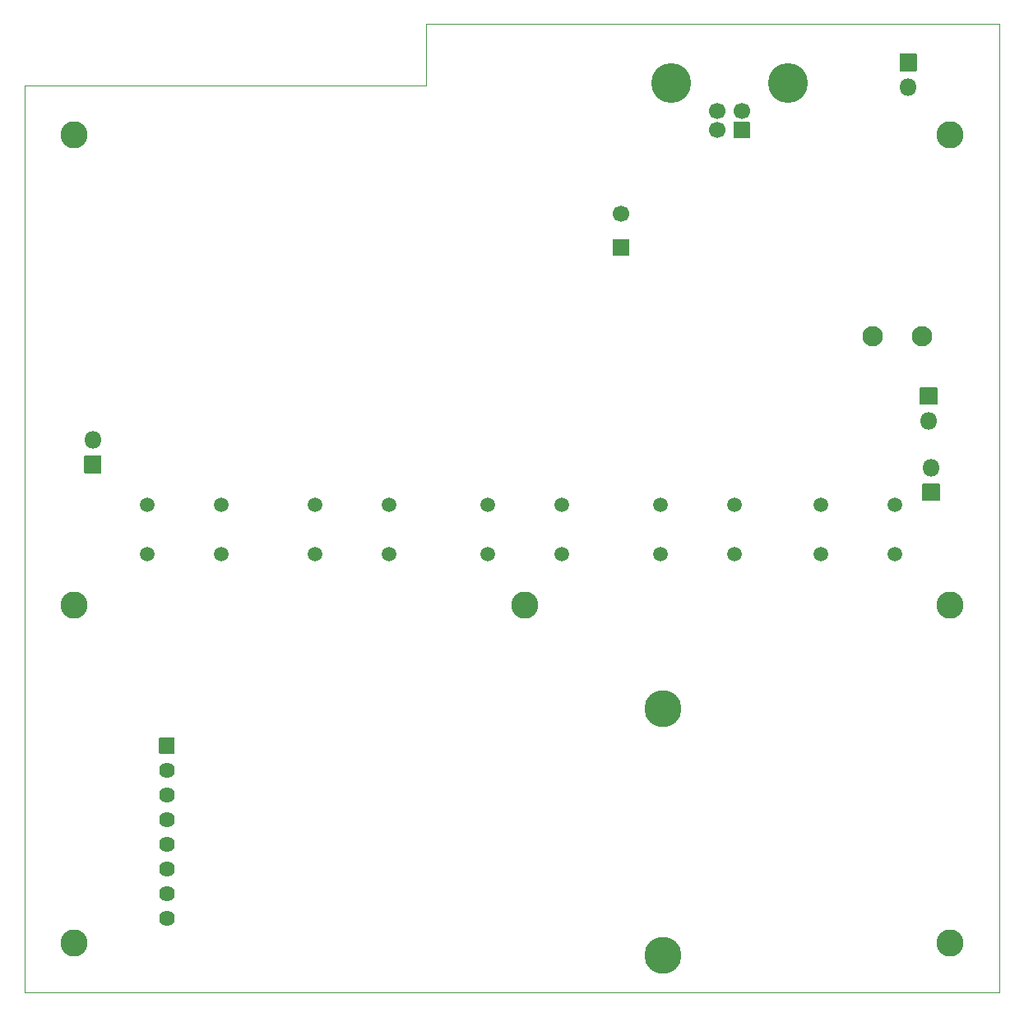
<source format=gbr>
G04 #@! TF.GenerationSoftware,KiCad,Pcbnew,5.1.7*
G04 #@! TF.CreationDate,2020-11-03T15:06:49+01:00*
G04 #@! TF.ProjectId,audioplayer,61756469-6f70-46c6-9179-65722e6b6963,rev?*
G04 #@! TF.SameCoordinates,Original*
G04 #@! TF.FileFunction,Soldermask,Bot*
G04 #@! TF.FilePolarity,Negative*
%FSLAX46Y46*%
G04 Gerber Fmt 4.6, Leading zero omitted, Abs format (unit mm)*
G04 Created by KiCad (PCBNEW 5.1.7) date 2020-11-03 15:06:49*
%MOMM*%
%LPD*%
G01*
G04 APERTURE LIST*
G04 #@! TA.AperFunction,Profile*
%ADD10C,0.100000*%
G04 #@! TD*
%ADD11O,1.800000X1.800000*%
%ADD12C,3.800000*%
%ADD13C,1.497000*%
%ADD14C,4.100000*%
%ADD15C,1.700000*%
%ADD16C,2.800000*%
%ADD17C,2.100000*%
%ADD18C,1.624000*%
G04 APERTURE END LIST*
D10*
X156845000Y-121285000D02*
X56515000Y-121285000D01*
X156845000Y-121285000D02*
X156845000Y-21590000D01*
X56515000Y-27940000D02*
X56515000Y-121285000D01*
X97790000Y-21590000D02*
X156845000Y-21590000D01*
X97790000Y-27940000D02*
X97790000Y-21590000D01*
X56515000Y-27940000D02*
X97790000Y-27940000D01*
X156845000Y-121285000D02*
X56515000Y-121285000D01*
X156845000Y-121285000D02*
X156845000Y-21590000D01*
X56515000Y-27940000D02*
X56515000Y-121285000D01*
X97790000Y-21590000D02*
X156845000Y-21590000D01*
X97790000Y-27940000D02*
X97790000Y-21590000D01*
X56515000Y-27940000D02*
X97790000Y-27940000D01*
D11*
X147447000Y-28067000D03*
G36*
G01*
X146547000Y-26377000D02*
X146547000Y-24677000D01*
G75*
G02*
X146597000Y-24627000I50000J0D01*
G01*
X148297000Y-24627000D01*
G75*
G02*
X148347000Y-24677000I0J-50000D01*
G01*
X148347000Y-26377000D01*
G75*
G02*
X148297000Y-26427000I-50000J0D01*
G01*
X146597000Y-26427000D01*
G75*
G02*
X146547000Y-26377000I0J50000D01*
G01*
G37*
D12*
X122174000Y-92075000D03*
X122174000Y-117475000D03*
D11*
X149542500Y-62420500D03*
G36*
G01*
X148642500Y-60730500D02*
X148642500Y-59030500D01*
G75*
G02*
X148692500Y-58980500I50000J0D01*
G01*
X150392500Y-58980500D01*
G75*
G02*
X150442500Y-59030500I0J-50000D01*
G01*
X150442500Y-60730500D01*
G75*
G02*
X150392500Y-60780500I-50000J0D01*
G01*
X148692500Y-60780500D01*
G75*
G02*
X148642500Y-60730500I0J50000D01*
G01*
G37*
D13*
X69088000Y-76200000D03*
X69088000Y-71120000D03*
X76708000Y-76200000D03*
X76708000Y-71120000D03*
X93980000Y-71120000D03*
X93980000Y-76200000D03*
X86360000Y-71120000D03*
X86360000Y-76200000D03*
D14*
X135052000Y-27652000D03*
X123052000Y-27652000D03*
D15*
X130302000Y-30512000D03*
X127802000Y-30512000D03*
X127802000Y-32512000D03*
G36*
G01*
X129452000Y-33312000D02*
X129452000Y-31712000D01*
G75*
G02*
X129502000Y-31662000I50000J0D01*
G01*
X131102000Y-31662000D01*
G75*
G02*
X131152000Y-31712000I0J-50000D01*
G01*
X131152000Y-33312000D01*
G75*
G02*
X131102000Y-33362000I-50000J0D01*
G01*
X129502000Y-33362000D01*
G75*
G02*
X129452000Y-33312000I0J50000D01*
G01*
G37*
D16*
X151765000Y-81407000D03*
X61595000Y-81407000D03*
X61595000Y-116205000D03*
X61595000Y-33020000D03*
X151765000Y-33020000D03*
X151765000Y-116205000D03*
X107950000Y-81407000D03*
D17*
X148849080Y-53721000D03*
X143769080Y-53721000D03*
D18*
X71120000Y-113665000D03*
X71120000Y-111125000D03*
X71120000Y-108585000D03*
X71120000Y-106045000D03*
X71120000Y-103505000D03*
X71120000Y-100965000D03*
X71120000Y-98425000D03*
G36*
G01*
X70308000Y-96647000D02*
X70308000Y-95123000D01*
G75*
G02*
X70358000Y-95073000I50000J0D01*
G01*
X71882000Y-95073000D01*
G75*
G02*
X71932000Y-95123000I0J-50000D01*
G01*
X71932000Y-96647000D01*
G75*
G02*
X71882000Y-96697000I-50000J0D01*
G01*
X70358000Y-96697000D01*
G75*
G02*
X70308000Y-96647000I0J50000D01*
G01*
G37*
D13*
X111760000Y-71120000D03*
X111760000Y-76200000D03*
X104140000Y-71120000D03*
X104140000Y-76200000D03*
X138430000Y-76200000D03*
X138430000Y-71120000D03*
X146050000Y-76200000D03*
X146050000Y-71120000D03*
X121920000Y-76200000D03*
X121920000Y-71120000D03*
X129540000Y-76200000D03*
X129540000Y-71120000D03*
D11*
X149796500Y-67246500D03*
G36*
G01*
X148896500Y-70636500D02*
X148896500Y-68936500D01*
G75*
G02*
X148946500Y-68886500I50000J0D01*
G01*
X150646500Y-68886500D01*
G75*
G02*
X150696500Y-68936500I0J-50000D01*
G01*
X150696500Y-70636500D01*
G75*
G02*
X150646500Y-70686500I-50000J0D01*
G01*
X148946500Y-70686500D01*
G75*
G02*
X148896500Y-70636500I0J50000D01*
G01*
G37*
X63500000Y-64389000D03*
G36*
G01*
X62600000Y-67779000D02*
X62600000Y-66079000D01*
G75*
G02*
X62650000Y-66029000I50000J0D01*
G01*
X64350000Y-66029000D01*
G75*
G02*
X64400000Y-66079000I0J-50000D01*
G01*
X64400000Y-67779000D01*
G75*
G02*
X64350000Y-67829000I-50000J0D01*
G01*
X62650000Y-67829000D01*
G75*
G02*
X62600000Y-67779000I0J50000D01*
G01*
G37*
D15*
X117881400Y-41077000D03*
G36*
G01*
X118681400Y-45427000D02*
X117081400Y-45427000D01*
G75*
G02*
X117031400Y-45377000I0J50000D01*
G01*
X117031400Y-43777000D01*
G75*
G02*
X117081400Y-43727000I50000J0D01*
G01*
X118681400Y-43727000D01*
G75*
G02*
X118731400Y-43777000I0J-50000D01*
G01*
X118731400Y-45377000D01*
G75*
G02*
X118681400Y-45427000I-50000J0D01*
G01*
G37*
M02*

</source>
